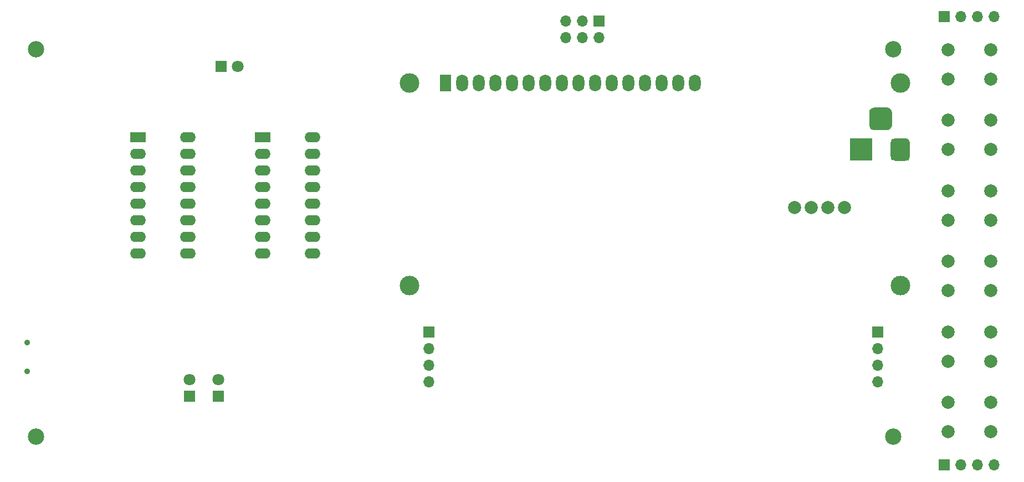
<source format=gbs>
%TF.GenerationSoftware,KiCad,Pcbnew,5.1.10-88a1d61d58~90~ubuntu20.04.1*%
%TF.CreationDate,2021-08-26T08:22:14+02:00*%
%TF.ProjectId,promprog2,70726f6d-7072-46f6-9732-2e6b69636164,rev?*%
%TF.SameCoordinates,PX42c1d80PY8677d40*%
%TF.FileFunction,Soldermask,Bot*%
%TF.FilePolarity,Negative*%
%FSLAX46Y46*%
G04 Gerber Fmt 4.6, Leading zero omitted, Abs format (unit mm)*
G04 Created by KiCad (PCBNEW 5.1.10-88a1d61d58~90~ubuntu20.04.1) date 2021-08-26 08:22:14*
%MOMM*%
%LPD*%
G01*
G04 APERTURE LIST*
%ADD10C,1.800000*%
%ADD11R,1.800000X1.800000*%
%ADD12C,2.000000*%
%ADD13O,1.700000X1.700000*%
%ADD14R,1.700000X1.700000*%
%ADD15C,0.900000*%
%ADD16R,3.500000X3.500000*%
%ADD17R,1.800000X2.600000*%
%ADD18O,1.800000X2.600000*%
%ADD19C,3.000000*%
%ADD20R,2.400000X1.600000*%
%ADD21O,2.400000X1.600000*%
%ADD22C,2.500000*%
%ADD23C,0.100000*%
G04 APERTURE END LIST*
D10*
%TO.C,D7*%
X29464000Y15621000D03*
D11*
X29464000Y13081000D03*
%TD*%
%TO.C,D6*%
X33909000Y13081000D03*
D10*
X33909000Y15621000D03*
%TD*%
D12*
%TO.C,U1*%
X129540000Y41910000D03*
X127000000Y41910000D03*
X124460000Y41910000D03*
X121920000Y41910000D03*
%TD*%
D13*
%TO.C,J6*%
X152400000Y71120000D03*
X149860000Y71120000D03*
X147320000Y71120000D03*
D14*
X144780000Y71120000D03*
%TD*%
%TO.C,J7*%
X144780000Y2540000D03*
D13*
X147320000Y2540000D03*
X149860000Y2540000D03*
X152400000Y2540000D03*
%TD*%
%TO.C,J5*%
X66040000Y15240000D03*
X66040000Y17780000D03*
X66040000Y20320000D03*
D14*
X66040000Y22860000D03*
%TD*%
%TO.C,J8*%
X134620000Y22860000D03*
D13*
X134620000Y20320000D03*
X134620000Y17780000D03*
X134620000Y15240000D03*
%TD*%
D12*
%TO.C,SW5*%
X151915000Y18415000D03*
X151915000Y22915000D03*
X145415000Y18415000D03*
X145415000Y22915000D03*
%TD*%
%TO.C,SW6*%
X145415000Y12120000D03*
X145415000Y7620000D03*
X151915000Y12120000D03*
X151915000Y7620000D03*
%TD*%
D15*
%TO.C,J3*%
X4695000Y21250000D03*
X4695000Y16850000D03*
%TD*%
D14*
%TO.C,J2*%
X92075000Y70485000D03*
D13*
X92075000Y67945000D03*
X89535000Y70485000D03*
X89535000Y67945000D03*
X86995000Y70485000D03*
X86995000Y67945000D03*
%TD*%
D12*
%TO.C,SW4*%
X151915000Y29210000D03*
X151915000Y33710000D03*
X145415000Y29210000D03*
X145415000Y33710000D03*
%TD*%
%TO.C,SW3*%
X145415000Y44505000D03*
X145415000Y40005000D03*
X151915000Y44505000D03*
X151915000Y40005000D03*
%TD*%
%TO.C,SW2*%
X151915000Y50800000D03*
X151915000Y55300000D03*
X145415000Y50800000D03*
X145415000Y55300000D03*
%TD*%
%TO.C,SW1*%
X145415000Y66095000D03*
X145415000Y61595000D03*
X151915000Y66095000D03*
X151915000Y61595000D03*
%TD*%
D16*
%TO.C,J1*%
X132080000Y50800000D03*
G36*
G01*
X139580000Y51800000D02*
X139580000Y49800000D01*
G75*
G02*
X138830000Y49050000I-750000J0D01*
G01*
X137330000Y49050000D01*
G75*
G02*
X136580000Y49800000I0J750000D01*
G01*
X136580000Y51800000D01*
G75*
G02*
X137330000Y52550000I750000J0D01*
G01*
X138830000Y52550000D01*
G75*
G02*
X139580000Y51800000I0J-750000D01*
G01*
G37*
G36*
G01*
X136830000Y56375000D02*
X136830000Y54625000D01*
G75*
G02*
X135955000Y53750000I-875000J0D01*
G01*
X134205000Y53750000D01*
G75*
G02*
X133330000Y54625000I0J875000D01*
G01*
X133330000Y56375000D01*
G75*
G02*
X134205000Y57250000I875000J0D01*
G01*
X135955000Y57250000D01*
G75*
G02*
X136830000Y56375000I0J-875000D01*
G01*
G37*
%TD*%
D17*
%TO.C,DS1*%
X68580000Y60960000D03*
D18*
X71120000Y60960000D03*
X73660000Y60960000D03*
X76200000Y60960000D03*
X78740000Y60960000D03*
X81280000Y60960000D03*
X83820000Y60960000D03*
X86360000Y60960000D03*
X88900000Y60960000D03*
X91440000Y60960000D03*
X93980000Y60960000D03*
X96520000Y60960000D03*
X99060000Y60960000D03*
X101600000Y60960000D03*
X104140000Y60960000D03*
X106680000Y60960000D03*
D19*
X63080900Y60960000D03*
X63080900Y29959300D03*
X138079480Y29959300D03*
X138080000Y60960000D03*
%TD*%
D11*
%TO.C,D5*%
X34290000Y63500000D03*
D10*
X36830000Y63500000D03*
%TD*%
D20*
%TO.C,U6*%
X40640000Y52705000D03*
D21*
X48260000Y34925000D03*
X40640000Y50165000D03*
X48260000Y37465000D03*
X40640000Y47625000D03*
X48260000Y40005000D03*
X40640000Y45085000D03*
X48260000Y42545000D03*
X40640000Y42545000D03*
X48260000Y45085000D03*
X40640000Y40005000D03*
X48260000Y47625000D03*
X40640000Y37465000D03*
X48260000Y50165000D03*
X40640000Y34925000D03*
X48260000Y52705000D03*
%TD*%
D20*
%TO.C,U3*%
X21590000Y52705000D03*
D21*
X29210000Y34925000D03*
X21590000Y50165000D03*
X29210000Y37465000D03*
X21590000Y47625000D03*
X29210000Y40005000D03*
X21590000Y45085000D03*
X29210000Y42545000D03*
X21590000Y42545000D03*
X29210000Y45085000D03*
X21590000Y40005000D03*
X29210000Y47625000D03*
X21590000Y37465000D03*
X29210000Y50165000D03*
X21590000Y34925000D03*
X29210000Y52705000D03*
%TD*%
D22*
%TO.C,H4*%
X6000000Y66100000D03*
%TD*%
%TO.C,H3*%
X137000000Y66100000D03*
%TD*%
%TO.C,H2*%
X137000000Y6900000D03*
%TD*%
%TO.C,H1*%
X6000000Y6900000D03*
%TD*%
D23*
G36*
X136581990Y49800196D02*
G01*
X136596381Y49654077D01*
X136638947Y49513756D01*
X136708069Y49384438D01*
X136801091Y49271091D01*
X136914438Y49178069D01*
X137043756Y49108947D01*
X137184077Y49066381D01*
X137330196Y49051990D01*
X137331822Y49050825D01*
X137331626Y49048835D01*
X137330000Y49048000D01*
X137273640Y49048000D01*
X137273444Y49048010D01*
X137133299Y49061813D01*
X137132914Y49061889D01*
X137004053Y49100979D01*
X137003691Y49101129D01*
X136884940Y49164603D01*
X136884614Y49164821D01*
X136780522Y49250245D01*
X136780245Y49250522D01*
X136694821Y49354614D01*
X136694603Y49354940D01*
X136631129Y49473691D01*
X136630979Y49474053D01*
X136591889Y49602914D01*
X136591813Y49603299D01*
X136578010Y49743444D01*
X136578000Y49743640D01*
X136578000Y49800000D01*
X136579000Y49801732D01*
X136581000Y49801732D01*
X136581990Y49800196D01*
G37*
G36*
X139581165Y49801626D02*
G01*
X139582000Y49800000D01*
X139582000Y49743640D01*
X139581990Y49743444D01*
X139568187Y49603299D01*
X139568111Y49602914D01*
X139529021Y49474053D01*
X139528871Y49473691D01*
X139465397Y49354940D01*
X139465179Y49354614D01*
X139379755Y49250522D01*
X139379478Y49250245D01*
X139275386Y49164821D01*
X139275060Y49164603D01*
X139156309Y49101129D01*
X139155947Y49100979D01*
X139027086Y49061889D01*
X139026701Y49061813D01*
X138886556Y49048010D01*
X138886360Y49048000D01*
X138830000Y49048000D01*
X138828268Y49049000D01*
X138828268Y49051000D01*
X138829804Y49051990D01*
X138975923Y49066381D01*
X139116244Y49108947D01*
X139245562Y49178069D01*
X139358909Y49271091D01*
X139451931Y49384438D01*
X139521053Y49513756D01*
X139563619Y49654077D01*
X139578010Y49800196D01*
X139579175Y49801822D01*
X139581165Y49801626D01*
G37*
G36*
X137331732Y52551000D02*
G01*
X137331732Y52549000D01*
X137330196Y52548010D01*
X137184077Y52533619D01*
X137043756Y52491053D01*
X136914438Y52421931D01*
X136801091Y52328909D01*
X136708069Y52215562D01*
X136638947Y52086244D01*
X136596381Y51945923D01*
X136581990Y51799804D01*
X136580825Y51798178D01*
X136578835Y51798374D01*
X136578000Y51800000D01*
X136578000Y51856360D01*
X136578010Y51856556D01*
X136591813Y51996701D01*
X136591889Y51997086D01*
X136630979Y52125947D01*
X136631129Y52126309D01*
X136694603Y52245060D01*
X136694821Y52245386D01*
X136780245Y52349478D01*
X136780522Y52349755D01*
X136884614Y52435179D01*
X136884940Y52435397D01*
X137003691Y52498871D01*
X137004053Y52499021D01*
X137132914Y52538111D01*
X137133299Y52538187D01*
X137273444Y52551990D01*
X137273640Y52552000D01*
X137330000Y52552000D01*
X137331732Y52551000D01*
G37*
G36*
X138886556Y52551990D02*
G01*
X139026701Y52538187D01*
X139027086Y52538111D01*
X139155947Y52499021D01*
X139156309Y52498871D01*
X139275060Y52435397D01*
X139275386Y52435179D01*
X139379478Y52349755D01*
X139379755Y52349478D01*
X139465179Y52245386D01*
X139465397Y52245060D01*
X139528871Y52126309D01*
X139529021Y52125947D01*
X139568111Y51997086D01*
X139568187Y51996701D01*
X139581990Y51856556D01*
X139582000Y51856360D01*
X139582000Y51800000D01*
X139581000Y51798268D01*
X139579000Y51798268D01*
X139578010Y51799804D01*
X139563619Y51945923D01*
X139521053Y52086244D01*
X139451931Y52215562D01*
X139358909Y52328909D01*
X139245562Y52421931D01*
X139116244Y52491053D01*
X138975923Y52533619D01*
X138829804Y52548010D01*
X138828178Y52549175D01*
X138828374Y52551165D01*
X138830000Y52552000D01*
X138886360Y52552000D01*
X138886556Y52551990D01*
G37*
G36*
X133331990Y54625196D02*
G01*
X133348783Y54454691D01*
X133398462Y54290921D01*
X133479135Y54139992D01*
X133587703Y54007703D01*
X133719992Y53899135D01*
X133870921Y53818462D01*
X134034691Y53768783D01*
X134205196Y53751990D01*
X134206822Y53750825D01*
X134206626Y53748835D01*
X134205000Y53748000D01*
X134148640Y53748000D01*
X134148444Y53748010D01*
X133983913Y53764215D01*
X133983528Y53764291D01*
X133831217Y53810494D01*
X133830855Y53810644D01*
X133690492Y53885669D01*
X133690166Y53885887D01*
X133567134Y53986857D01*
X133566857Y53987134D01*
X133465887Y54110166D01*
X133465669Y54110492D01*
X133390644Y54250855D01*
X133390494Y54251217D01*
X133344291Y54403528D01*
X133344215Y54403913D01*
X133328010Y54568444D01*
X133328000Y54568640D01*
X133328000Y54625000D01*
X133329000Y54626732D01*
X133331000Y54626732D01*
X133331990Y54625196D01*
G37*
G36*
X136831165Y54626626D02*
G01*
X136832000Y54625000D01*
X136832000Y54568640D01*
X136831990Y54568444D01*
X136815785Y54403913D01*
X136815709Y54403528D01*
X136769506Y54251217D01*
X136769356Y54250855D01*
X136694331Y54110492D01*
X136694113Y54110166D01*
X136593143Y53987134D01*
X136592866Y53986857D01*
X136469834Y53885887D01*
X136469508Y53885669D01*
X136329145Y53810644D01*
X136328783Y53810494D01*
X136176472Y53764291D01*
X136176087Y53764215D01*
X136011556Y53748010D01*
X136011360Y53748000D01*
X135955000Y53748000D01*
X135953268Y53749000D01*
X135953268Y53751000D01*
X135954804Y53751990D01*
X136125309Y53768783D01*
X136289079Y53818462D01*
X136440008Y53899135D01*
X136572297Y54007703D01*
X136680865Y54139992D01*
X136761538Y54290921D01*
X136811217Y54454691D01*
X136828010Y54625196D01*
X136829175Y54626822D01*
X136831165Y54626626D01*
G37*
G36*
X134206732Y57251000D02*
G01*
X134206732Y57249000D01*
X134205196Y57248010D01*
X134034691Y57231217D01*
X133870921Y57181538D01*
X133719992Y57100865D01*
X133587703Y56992297D01*
X133479135Y56860008D01*
X133398462Y56709079D01*
X133348783Y56545309D01*
X133331990Y56374804D01*
X133330825Y56373178D01*
X133328835Y56373374D01*
X133328000Y56375000D01*
X133328000Y56431360D01*
X133328010Y56431556D01*
X133344215Y56596087D01*
X133344291Y56596472D01*
X133390494Y56748783D01*
X133390644Y56749145D01*
X133465669Y56889508D01*
X133465887Y56889834D01*
X133566857Y57012866D01*
X133567134Y57013143D01*
X133690166Y57114113D01*
X133690492Y57114331D01*
X133830855Y57189356D01*
X133831217Y57189506D01*
X133983528Y57235709D01*
X133983913Y57235785D01*
X134148444Y57251990D01*
X134148640Y57252000D01*
X134205000Y57252000D01*
X134206732Y57251000D01*
G37*
G36*
X136011556Y57251990D02*
G01*
X136176087Y57235785D01*
X136176472Y57235709D01*
X136328783Y57189506D01*
X136329145Y57189356D01*
X136469508Y57114331D01*
X136469834Y57114113D01*
X136592866Y57013143D01*
X136593143Y57012866D01*
X136694113Y56889834D01*
X136694331Y56889508D01*
X136769356Y56749145D01*
X136769506Y56748783D01*
X136815709Y56596472D01*
X136815785Y56596087D01*
X136831990Y56431556D01*
X136832000Y56431360D01*
X136832000Y56375000D01*
X136831000Y56373268D01*
X136829000Y56373268D01*
X136828010Y56374804D01*
X136811217Y56545309D01*
X136761538Y56709079D01*
X136680865Y56860008D01*
X136572297Y56992297D01*
X136440008Y57100865D01*
X136289079Y57181538D01*
X136125309Y57231217D01*
X135954804Y57248010D01*
X135953178Y57249175D01*
X135953374Y57251165D01*
X135955000Y57252000D01*
X136011360Y57252000D01*
X136011556Y57251990D01*
G37*
M02*

</source>
